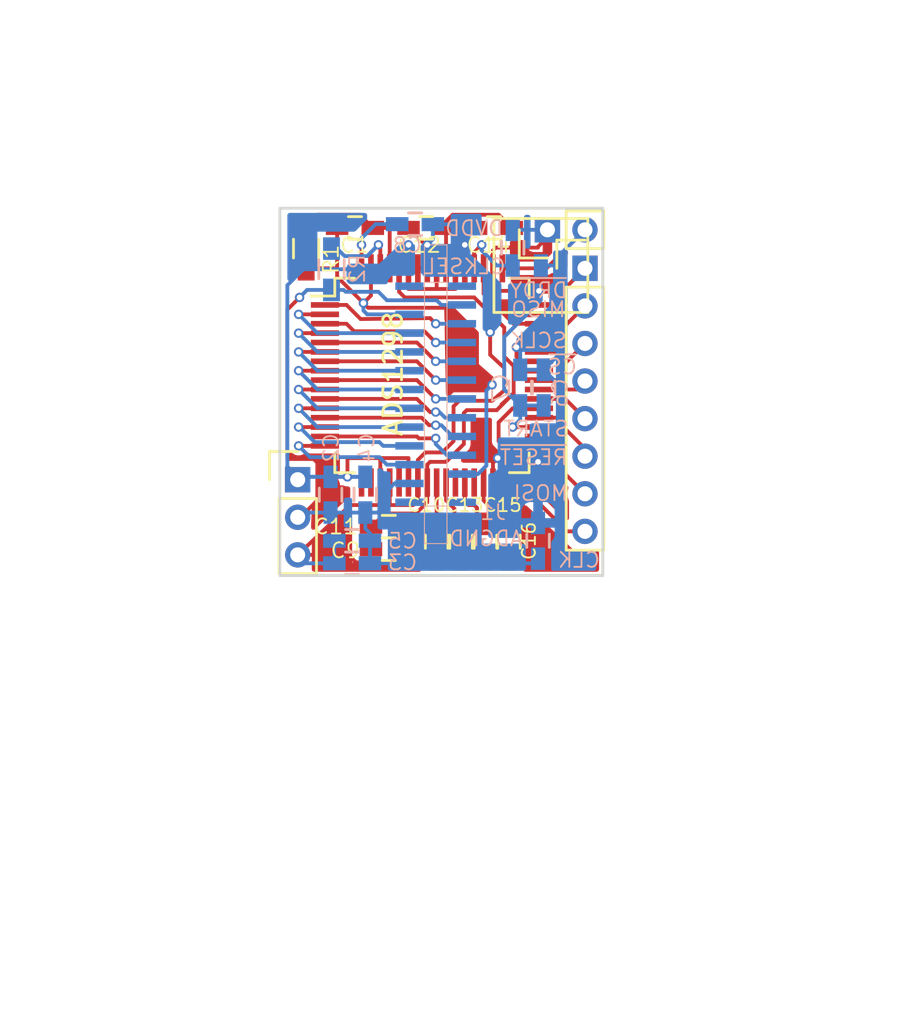
<source format=kicad_pcb>
(kicad_pcb (version 20240108) (generator "pcbnew") (generator_version "8.0")
  (layers (0 "F.Cu" signal) (31 "B.Cu" signal) (34 "B.Paste" user) (35 "F.Paste" user) (36 "B.SilkS" user "B.Silkscreen") (37 "F.SilkS" user "F.Silkscreen") (38 "B.Mask" user) (39 "F.Mask" user) (44 "Edge.Cuts" user))
  (net 0 "")
  (net 1 "/IN8N")
  (net 2 "/IN8P")
  (net 3 "/IN7N")
  (net 4 "/IN7P")
  (net 5 "/IN6N")
  (net 6 "/IN6P")
  (net 7 "/IN5N")
  (net 8 "/IN5P")
  (net 9 "/IN4N")
  (net 10 "/IN4P")
  (net 11 "/IN3N")
  (net 12 "/IN3P")
  (net 13 "/IN2N")
  (net 14 "/IN2P")
  (net 15 "/IN1N")
  (net 16 "/IN1P")
  (net 17 "/ADS1298/TESTP_PACE_OUT1")
  (net 18 "/ADS1298/TESTN_PACE_OUT2")
  (net 19 "/AVDD")
  (net 20 "/AVSS")
  (net 21 "/ADS1298/RLDREF")
  (net 22 "Net-(ADS1-Pad25)")
  (net 23 "Net-(ADS1-Pad26)")
  (net 24 "Net-(ADS1-Pad27)")
  (net 25 "Net-(ADS1-Pad28)")
  (net 26 "Net-(ADS1-Pad29)")
  (net 27 "Net-(ADS1-Pad30)")
  (net 28 "/DGND")
  (net 29 "/MOSI")
  (net 30 "/DVDD")
  (net 31 "/~{RESET}")
  (net 32 "/CLK")
  (net 33 "/START")
  (net 34 "/~{CS}")
  (net 35 "/SPI_CLK")
  (net 36 "/MISO")
  (net 37 "/~{DRDY}")
  (net 38 "/CLKSEL")
  (net 39 "Net-(ADS1-Pad55)")
  (net 40 "/ADS1298/RLDINV")
  (net 41 "/ADS1298/RLDIN")
  (net 42 "/RDLout")
  (net 43 "Net-(ADS1-Pad64)")
  (net 44 "/AGND")
  (net 45 "Net-(J1-Pad42)")
  (net 46 "Net-(J1-Pad43)")
  (net 47 "Net-(J1-Pad41)")
  (net 48 "Net-(J1-Pad40)")
  (footprint "Housings_QFP:TQFP-64_10x10mm_Pitch0.5mm" (layer "F.Cu") (at 130.6 99.65)
    (property "Reference" "ADS1298")
    (property "Value" "ADS1298")
  )
  (footprint "Pin_Headers:Pin_Header_Straight_1x03_Pitch2.00mm" (layer "F.Cu") (at 123.45 105.2)
    (property "Reference" "APwd1")
    (property "Value" "Conn_01x03")
  )
  (footprint "Capacitors_SMD:C_0603_HandSoldering" (layer "F.Cu") (at 126.5 91.8 180)
    (property "Reference" "C1")
    (property "Value" "1nf")
  )
  (footprint "Capacitors_SMD:C_0603_HandSoldering" (layer "F.Cu") (at 128.3 108.9)
    (property "Reference" "C9")
    (property "Value" "0.1uF")
  )
  (footprint "Capacitors_SMD:C_0603_HandSoldering" (layer "F.Cu") (at 130.85 108.5 -90)
    (property "Reference" "C10")
    (property "Value" "1uF")
  )
  (footprint "Capacitors_SMD:C_0603_HandSoldering" (layer "F.Cu") (at 128.3 107.7)
    (property "Reference" "C11")
    (property "Value" "10uF")
  )
  (footprint "Capacitors_SMD:C_0603_HandSoldering" (layer "F.Cu") (at 130.3 91.8)
    (property "Reference" "C12")
    (property "Value" "1uF")
  )
  (footprint "Capacitors_SMD:C_0603_HandSoldering" (layer "F.Cu") (at 132.15 108.5 -90)
    (property "Reference" "C13")
    (property "Value" "1uF")
  )
  (footprint "Capacitors_SMD:C_0603_HandSoldering" (layer "F.Cu") (at 133.9 91.8)
    (property "Reference" "C14")
    (property "Value" "0.1uF")
  )
  (footprint "Capacitors_SMD:C_0603_HandSoldering" (layer "F.Cu") (at 133.45 108.5 -90)
    (property "Reference" "C15")
    (property "Value" "22uF")
  )
  (footprint "Capacitors_SMD:C_0603_HandSoldering" (layer "F.Cu") (at 134.7 108.5 -90)
    (property "Reference" "C16")
    (property "Value" "1uF")
  )
  (footprint "Pin_Headers:Pin_Header_Straight_1x02_Pitch2.00mm" (layer "F.Cu") (at 136.75 91.9 90)
    (property "Reference" "DPwd1")
    (property "Value" "Conn_01x02")
  )
  (footprint "Resistors_SMD:R_0603_HandSoldering" (layer "F.Cu") (at 123.9 92.9 -90)
    (property "Reference" "R1")
    (property "Value" "1M")
  )
  (footprint "Pin_Headers:Pin_Header_Straight_1x08_Pitch2.00mm" (layer "F.Cu") (at 138.75 93.95)
    (property "Reference" "SPI1")
    (property "Value" "Conn_01x08")
  )
  (footprint "SMD_Packages:1Pin" (layer "F.Cu") (at 136.4 93.8)
    (property "Reference" "jDGND1")
    (property "Value" "Conn_01x01")
  )
  (footprint "Capacitors_SMD:C_0603_HandSoldering" (layer "B.Cu") (at 125.2 106 -90)
    (property "Reference" "C2")
    (property "Value" "1uF")
  )
  (footprint "Capacitors_SMD:C_0603_HandSoldering" (layer "B.Cu") (at 126.35 109.65 180)
    (property "Reference" "C3")
    (property "Value" "1uF")
  )
  (footprint "Capacitors_SMD:C_0603_HandSoldering" (layer "B.Cu") (at 127.05 106 -90)
    (property "Reference" "C4")
    (property "Value" "0.1uF")
  )
  (footprint "Capacitors_SMD:C_0603_HandSoldering" (layer "B.Cu") (at 126.35 108.45 180)
    (property "Reference" "C5")
    (property "Value" "0.1uF")
  )
  (footprint "Capacitors_SMD:C_0603_HandSoldering" (layer "B.Cu") (at 136.55 100.3 90)
    (property "Reference" "C6")
    (property "Value" "1uF")
  )
  (footprint "Capacitors_SMD:C_0603_HandSoldering" (layer "B.Cu") (at 135.3 100.3 90)
    (property "Reference" "C7")
    (property "Value" "0.1uF")
  )
  (footprint "Capacitors_SMD:C_0603_HandSoldering" (layer "B.Cu") (at 129.7 91.6 180)
    (property "Reference" "C8")
    (property "Value" "100pf")
  )
  (footprint "NNClib:FFCfemale20" (layer "B.Cu") (at 132.95 95.9 -90)
    (property "Reference" "J1")
    (property "Value" "FFCfemale20")
  )
  (footprint "Capacitors_SMD:C_0603_HandSoldering" (layer "B.Cu") (at 134.9 92.85 -90)
    (property "Reference" "CLKSEL")
    (property "Value" "Jumper_NO_Small")
  )
  (footprint "Capacitors_SMD:C_0603_HandSoldering" (layer "B.Cu") (at 136.25 108.45 90)
    (property "Reference" "ADGND")
    (property "Value" "Jumper_NO_Small")
  )
  (footprint "Resistors_SMD:R_0603_HandSoldering" (layer "B.Cu") (at 125.25 94 90)
    (property "Reference" "R2")
    (property "Value" "1M")
  )
  (gr_line (start 122.5 90.75) (end 123.05 90.75) (stroke (width 0.15)) (layer "Edge.Cuts"))
  (gr_line (start 123.05 90.75) (end 139.6 90.75) (stroke (width 0.15)) (layer "Edge.Cuts"))
  (gr_line (start 139.7 110.1) (end 139.7 110.2) (stroke (width 0.15)) (layer "Edge.Cuts"))
  (gr_line (start 139.7 90.75) (end 139.7 110.1) (stroke (width 0.15)) (layer "Edge.Cuts"))
  (gr_line (start 139.7 110.3) (end 122.55 110.3) (stroke (width 0.15)) (layer "Edge.Cuts"))
  (gr_line (start 122.5 110.3) (end 122.5 90.75) (stroke (width 0.15)) (layer "Edge.Cuts"))
  (gr_line (start 139.7 110.2) (end 139.7 110.25) (stroke (width 0.15)) (layer "Edge.Cuts"))
  (gr_line (start 139.6 90.75) (end 139.7 90.75) (stroke (width 0.15)) (layer "Edge.Cuts"))
  (gr_line (start 139.7 110.25) (end 139.7 110.3) (stroke (width 0.15)) (layer "Edge.Cuts"))
  (gr_line (start 122.55 110.3) (end 122.5 110.3) (stroke (width 0.15)) (layer "Edge.Cuts"))
  (gr_text "~{RESET}" (at 136.017 104.013 0) (layer "B.SilkS") (effects (font (size 0.8 0.8) (thickness 0.1)) (justify mirror)))
  (gr_text "~{CS}" (at 137.541 99.187 0) (layer "B.SilkS") (effects (font (size 0.8 0.8) (thickness 0.1)) (justify mirror)))
  (gr_text "MOSI" (at 136.398 105.918 0) (layer "B.SilkS") (effects (font (size 0.8 0.8) (thickness 0.1)) (justify mirror)))
  (gr_text "~{DRDY}" (at 136.271 95.123 0) (layer "B.SilkS") (effects (font (size 0.8 0.8) (thickness 0.1)) (justify mirror)))
  (gr_text "CLK" (at 138.43 109.474 0) (layer "B.SilkS") (effects (font (size 0.8 0.8) (thickness 0.1)) (justify mirror)))
  (gr_text "MISO" (at 136.271 96.139 0) (layer "B.SilkS") (effects (font (size 0.8 0.8) (thickness 0.1)) (justify mirror)))
  (gr_text "DVDD" (at 132.842 91.821 0) (layer "B.SilkS") (effects (font (size 0.8 0.8) (thickness 0.1)) (justify mirror)))
  (gr_text "SCLK" (at 136.271 97.79 0) (layer "B.SilkS") (effects (font (size 0.8 0.8) (thickness 0.1)) (justify mirror)))
  (gr_text "START" (at 136.144 102.489 0) (layer "B.SilkS") (effects (font (size 0.8 0.8) (thickness 0.1)) (justify mirror)))
  (segment (start 126.05 95.9) (end 126.8 96.65) (width 0.2032) (layer "F.Cu") (net 1))
  (segment (start 126.8 96.65) (end 130.5 96.6) (width 0.2032) (layer "F.Cu") (net 1))
  (segment (start 130.5 96.6) (end 130.8 96.9) (width 0.2032) (layer "F.Cu") (net 1))
  (segment (start 124.9 95.9) (end 126.05 95.9) (width 0.2032) (layer "F.Cu") (net 1))
  (via (at 130.8 96.9) (size 0.5) (drill 0.3) (layers "F.Cu" "B.Cu") (net 1))
  (segment (start 130.8 96.9) (end 132.2 96.9) (width 0.2032) (layer "B.Cu") (net 1))
  (segment (start 124.9 96.4) (end 123.5 96.4) (width 0.2032) (layer "F.Cu") (net 2))
  (via (at 123.5 96.4) (size 0.5) (drill 0.3) (layers "F.Cu" "B.Cu") (net 2))
  (segment (start 123.5 96.4) (end 124.5 97.4) (width 0.2032) (layer "B.Cu") (net 2))
  (segment (start 124.5 97.4) (end 129.4 97.4) (width 0.2032) (layer "B.Cu") (net 2))
  (segment (start 126.05 96.9) (end 126.45 97.3) (width 0.2032) (layer "F.Cu") (net 3))
  (segment (start 126.45 97.3) (end 130.2 97.3) (width 0.2032) (layer "F.Cu") (net 3))
  (segment (start 130.2 97.3) (end 130.8 97.9) (width 0.2032) (layer "F.Cu") (net 3))
  (segment (start 124.9 96.9) (end 126.05 96.9) (width 0.2032) (layer "F.Cu") (net 3))
  (via (at 130.8 97.9) (size 0.5) (drill 0.3) (layers "F.Cu" "B.Cu") (net 3))
  (segment (start 130.8 97.9) (end 132.2 97.9) (width 0.2032) (layer "B.Cu") (net 3))
  (segment (start 124.9 97.4) (end 123.5 97.4) (width 0.2032) (layer "F.Cu") (net 4))
  (via (at 123.5 97.4) (size 0.5) (drill 0.3) (layers "F.Cu" "B.Cu") (net 4))
  (segment (start 123.5 97.4) (end 124.5 98.4) (width 0.2032) (layer "B.Cu") (net 4))
  (segment (start 124.5 98.4) (end 129.4 98.4) (width 0.2032) (layer "B.Cu") (net 4))
  (segment (start 129.8 97.9) (end 130.8 98.9) (width 0.2032) (layer "F.Cu") (net 5))
  (segment (start 124.9 97.9) (end 129.8 97.9) (width 0.2032) (layer "F.Cu") (net 5))
  (via (at 130.8 98.9) (size 0.5) (drill 0.3) (layers "F.Cu" "B.Cu") (net 5))
  (segment (start 130.8 98.9) (end 132.2 98.9) (width 0.2032) (layer "B.Cu") (net 5))
  (segment (start 124.9 98.4) (end 123.5 98.4) (width 0.2032) (layer "F.Cu") (net 6))
  (via (at 123.5 98.4) (size 0.5) (drill 0.3) (layers "F.Cu" "B.Cu") (net 6))
  (segment (start 123.5 98.4) (end 124.5 99.4) (width 0.2032) (layer "B.Cu") (net 6))
  (segment (start 124.5 99.4) (end 129.4 99.4) (width 0.2032) (layer "B.Cu") (net 6))
  (segment (start 129.8 98.9) (end 130.8 99.9) (width 0.2032) (layer "F.Cu") (net 7))
  (segment (start 124.9 98.9) (end 129.8 98.9) (width 0.2032) (layer "F.Cu") (net 7))
  (via (at 130.8 99.9) (size 0.5) (drill 0.3) (layers "F.Cu" "B.Cu") (net 7))
  (segment (start 130.8 99.9) (end 132.2 99.9) (width 0.2032) (layer "B.Cu") (net 7))
  (segment (start 124.9 99.4) (end 123.5 99.4) (width 0.2032) (layer "F.Cu") (net 8))
  (via (at 123.5 99.4) (size 0.5) (drill 0.3) (layers "F.Cu" "B.Cu") (net 8))
  (segment (start 123.5 99.4) (end 124.5 100.4) (width 0.2032) (layer "B.Cu") (net 8))
  (segment (start 124.5 100.4) (end 129.4 100.4) (width 0.2032) (layer "B.Cu") (net 8))
  (segment (start 129.8 99.9) (end 130.8 100.9) (width 0.2032) (layer "F.Cu") (net 9))
  (segment (start 129.8 99.9) (end 124.9 99.9) (width 0.2032) (layer "F.Cu") (net 9))
  (via (at 130.8 100.9) (size 0.5) (drill 0.3) (layers "F.Cu" "B.Cu") (net 9))
  (segment (start 132.2 100.9) (end 130.8 100.9) (width 0.2032) (layer "B.Cu") (net 9))
  (segment (start 124.9 100.4) (end 123.5 100.4) (width 0.2032) (layer "F.Cu") (net 10))
  (via (at 123.5 100.4) (size 0.5) (drill 0.3) (layers "F.Cu" "B.Cu") (net 10))
  (segment (start 123.5 100.4) (end 124.5 101.4) (width 0.2032) (layer "B.Cu") (net 10))
  (segment (start 124.5 101.4) (end 129.4 101.4) (width 0.2032) (layer "B.Cu") (net 10))
  (segment (start 130.5 101.6) (end 130.8 101.6) (width 0.2032) (layer "F.Cu") (net 11))
  (segment (start 129.8 100.9) (end 130.5 101.6) (width 0.2032) (layer "F.Cu") (net 11))
  (segment (start 124.9 100.9) (end 129.8 100.9) (width 0.2032) (layer "F.Cu") (net 11))
  (via (at 130.8 101.6) (size 0.5) (drill 0.3) (layers "F.Cu" "B.Cu") (net 11))
  (segment (start 131.3 101.9) (end 131 101.6) (width 0.2032) (layer "B.Cu") (net 11))
  (segment (start 131 101.6) (end 130.8 101.6) (width 0.2032) (layer "B.Cu") (net 11))
  (segment (start 131.3 101.9) (end 132.2 101.9) (width 0.2032) (layer "B.Cu") (net 11))
  (segment (start 124.9 101.4) (end 123.5 101.4) (width 0.2032) (layer "F.Cu") (net 12))
  (via (at 123.5 101.4) (size 0.5) (drill 0.3) (layers "F.Cu" "B.Cu") (net 12))
  (segment (start 123.5 101.4) (end 124.5 102.4) (width 0.2032) (layer "B.Cu") (net 12))
  (segment (start 124.5 102.4) (end 129.4 102.4) (width 0.2032) (layer "B.Cu") (net 12))
  (segment (start 130.05 101.9) (end 130.45 102.3) (width 0.2032) (layer "F.Cu") (net 13))
  (segment (start 130.45 102.3) (end 130.8 102.3) (width 0.2032) (layer "F.Cu") (net 13))
  (segment (start 129.8 101.9) (end 124.9 101.9) (width 0.2032) (layer "F.Cu") (net 13))
  (segment (start 129.8 101.9) (end 130.05 101.9) (width 0.2032) (layer "F.Cu") (net 13))
  (via (at 130.8 102.3) (size 0.5) (drill 0.3) (layers "F.Cu" "B.Cu") (net 13))
  (segment (start 130.8 102.3) (end 130.8 102.3) (width 0.2032) (layer "B.Cu") (net 13))
  (segment (start 131.55 102.9) (end 132.2 102.9) (width 0.2032) (layer "B.Cu") (net 13))
  (segment (start 131.7 102.9) (end 131.1 102.3) (width 0.2032) (layer "B.Cu") (net 13))
  (segment (start 131.1 102.3) (end 130.8 102.3) (width 0.2032) (layer "B.Cu") (net 13))
  (segment (start 132.2 102.9) (end 131.7 102.9) (width 0.2032) (layer "B.Cu") (net 13))
  (segment (start 124.9 102.4) (end 123.5 102.4) (width 0.2032) (layer "F.Cu") (net 14))
  (via (at 123.5 102.4) (size 0.5) (drill 0.3) (layers "F.Cu" "B.Cu") (net 14))
  (segment (start 123.55 102.4) (end 124.35 103.2) (width 0.2032) (layer "B.Cu") (net 14))
  (segment (start 124.35 103.2) (end 127.8 103.2) (width 0.2032) (layer "B.Cu") (net 14))
  (segment (start 127.8 103.2) (end 128 103.4) (width 0.2032) (layer "B.Cu") (net 14))
  (segment (start 128 103.4) (end 129.4 103.4) (width 0.2032) (layer "B.Cu") (net 14))
  (segment (start 123.5 102.4) (end 123.55 102.4) (width 0.2032) (layer "B.Cu") (net 14))
  (segment (start 129.9 103) (end 130.8 103) (width 0.2032) (layer "F.Cu") (net 15))
  (segment (start 124.9 102.9) (end 129.8 102.9) (width 0.2032) (layer "F.Cu") (net 15))
  (segment (start 129.8 102.9) (end 129.9 103) (width 0.2032) (layer "F.Cu") (net 15))
  (via (at 130.8 103) (size 0.5) (drill 0.3) (layers "F.Cu" "B.Cu") (net 15))
  (segment (start 131.4 103.9) (end 130.8 103.3) (width 0.2032) (layer "B.Cu") (net 15))
  (segment (start 130.8 103.3) (end 130.8 103) (width 0.2032) (layer "B.Cu") (net 15))
  (segment (start 131.4 103.9) (end 132.2 103.9) (width 0.2032) (layer "B.Cu") (net 15))
  (segment (start 124.9 103.4) (end 123.5 103.4) (width 0.2032) (layer "F.Cu") (net 16))
  (via (at 123.5 103.4) (size 0.5) (drill 0.3) (layers "F.Cu" "B.Cu") (net 16))
  (segment (start 123.5 103.4) (end 124.1 104) (width 0.2032) (layer "B.Cu") (net 16))
  (segment (start 124.1 104) (end 127.8 104) (width 0.2032) (layer "B.Cu") (net 16))
  (segment (start 127.8 104) (end 128.2 104.4) (width 0.2032) (layer "B.Cu") (net 16))
  (segment (start 128.2 104.4) (end 129.4 104.4) (width 0.2032) (layer "B.Cu") (net 16))
  (segment (start 129.35 95.05) (end 130.85 95.05) (width 0.2032) (layer "F.Cu") (net 19))
  (segment (start 131.85 95.05) (end 131.85 93.95) (width 0.2032) (layer "F.Cu") (net 19))
  (segment (start 130.85 95.05) (end 131.85 95.05) (width 0.2032) (layer "F.Cu") (net 19))
  (segment (start 127.85 104.05) (end 129.35 104.05) (width 0.2032) (layer "F.Cu") (net 19))
  (segment (start 129.35 104.05) (end 129.35 105.35) (width 0.2032) (layer "F.Cu") (net 19))
  (segment (start 126.1 104.05) (end 127.85 104.05) (width 0.2032) (layer "F.Cu") (net 19))
  (segment (start 129.35 93.95) (end 129.35 95.05) (width 0.2032) (layer "F.Cu") (net 19))
  (segment (start 126.1 105.05) (end 126.1 104.05) (width 0.2032) (layer "F.Cu") (net 19))
  (segment (start 127.85 105.35) (end 127.85 104.05) (width 0.2032) (layer "F.Cu") (net 19))
  (segment (start 130.85 93.95) (end 130.85 95.05) (width 0.2032) (layer "F.Cu") (net 19))
  (segment (start 128.85 105.35) (end 129.35 105.35) (width 0.2032) (layer "F.Cu") (net 19))
  (segment (start 129.35 92.7) (end 129.35 93.95) (width 0.2032) (layer "F.Cu") (net 19))
  (via (at 126.1 105.05) (size 0.5) (drill 0.3) (layers "F.Cu" "B.Cu") (net 19))
  (via (at 129.35 92.7) (size 0.5) (drill 0.3) (layers "F.Cu" "B.Cu") (net 19))
  (segment (start 123.75 105.05) (end 126.1 105.05) (width 0.2032) (layer "B.Cu") (net 19))
  (segment (start 127.85 94) (end 123.75 94) (width 0.2032) (layer "B.Cu") (net 19))
  (segment (start 123.75 94) (end 122.9 94.85) (width 0.2032) (layer "B.Cu") (net 19))
  (segment (start 122.9 105.1) (end 122.9 104.5) (width 0.2032) (layer "B.Cu") (net 19))
  (segment (start 122.9 105.1) (end 123.3 105.5) (width 0.2032) (layer "B.Cu") (net 19))
  (segment (start 128.05 94) (end 129.35 92.7) (width 0.2032) (layer "B.Cu") (net 19))
  (segment (start 123.6 105.05) (end 123.45 105.2) (width 0.2032) (layer "B.Cu") (net 19))
  (segment (start 123.45 105.05) (end 122.9 104.5) (width 0.2032) (layer "B.Cu") (net 19))
  (segment (start 122.9 104.5) (end 122.9 94.85) (width 0.2032) (layer "B.Cu") (net 19))
  (segment (start 127.05 105.05) (end 126.1 105.05) (width 0.2032) (layer "B.Cu") (net 19))
  (segment (start 125.2 105.05) (end 127.05 105.05) (width 0.2032) (layer "B.Cu") (net 19))
  (segment (start 125.2 105.05) (end 123.6 105.05) (width 0.2032) (layer "B.Cu") (net 19))
  (segment (start 123.75 94) (end 123.75 93.1) (width 0.2032) (layer "B.Cu") (net 19))
  (segment (start 123.45 105.2) (end 123.45 105.05) (width 0.2032) (layer "B.Cu") (net 19))
  (segment (start 127.85 94) (end 128.05 94) (width 0.2032) (layer "B.Cu") (net 19))
  (segment (start 123.3 105.5) (end 123.75 105.05) (width 0.2032) (layer "B.Cu") (net 19))
  (segment (start 135.45 109.45) (end 135.45 106.45) (width 0.2032) (layer "F.Cu") (net 20))
  (segment (start 135.45 106.45) (end 134.35 105.35) (width 0.2032) (layer "F.Cu") (net 20))
  (segment (start 128.35 106.55) (end 129.6 106.55) (width 0.2032) (layer "F.Cu") (net 20))
  (segment (start 129.6 106.55) (end 129.85 106.3) (width 0.2032) (layer "F.Cu") (net 20))
  (segment (start 129.85 106.3) (end 129.85 105.35) (width 0.2032) (layer "F.Cu") (net 20))
  (segment (start 126.25 106.55) (end 123.45 109.2) (width 0.2032) (layer "F.Cu") (net 20))
  (segment (start 130.25 103.75) (end 129.85 104.15) (width 0.2032) (layer "F.Cu") (net 20))
  (segment (start 129.85 105.35) (end 129.85 104.15) (width 0.2032) (layer "F.Cu") (net 20))
  (segment (start 133.8 101) (end 134.45 100.45) (width 0.2032) (layer "F.Cu") (net 20))
  (segment (start 134.45 100.45) (end 134.45 99.25) (width 0.2032) (layer "F.Cu") (net 20))
  (segment (start 134.45 99.25) (end 133.7 98.55) (width 0.2032) (layer "F.Cu") (net 20))
  (segment (start 133.7 98.55) (end 133.7 97.35) (width 0.2032) (layer "F.Cu") (net 20))
  (segment (start 130.25 92.7) (end 129.35 91.8) (width 0.2032) (layer "F.Cu") (net 20))
  (segment (start 132.35 92.4) (end 132.95 91.8) (width 0.2032) (layer "F.Cu") (net 20))
  (segment (start 126.15 109.2) (end 126.55 109.6) (width 0.2032) (layer "F.Cu") (net 20))
  (segment (start 126.55 109.6) (end 130.7 109.6) (width 0.2032) (layer "F.Cu") (net 20))
  (segment (start 130.7 109.6) (end 130.85 109.45) (width 0.2032) (layer "F.Cu") (net 20))
  (segment (start 131.15 103.75) (end 131.75 103.15) (width 0.2032) (layer "F.Cu") (net 20))
  (segment (start 131.75 103.15) (end 131.75 101.3) (width 0.2032) (layer "F.Cu") (net 20))
  (segment (start 131.75 101.3) (end 132.05 101) (width 0.2032) (layer "F.Cu") (net 20))
  (segment (start 132.05 101) (end 133.8 101) (width 0.2032) (layer "F.Cu") (net 20))
  (segment (start 134.7 109.45) (end 135.45 109.45) (width 0.2032) (layer "F.Cu") (net 20))
  (segment (start 128.35 106.55) (end 126.25 106.55) (width 0.2032) (layer "F.Cu") (net 20))
  (segment (start 123.45 109.2) (end 126.15 109.2) (width 0.2032) (layer "F.Cu") (net 20))
  (segment (start 130.85 109.45) (end 132.15 109.45) (width 0.2032) (layer "F.Cu") (net 20))
  (segment (start 130.35 92.7) (end 130.25 92.7) (width 0.2032) (layer "F.Cu") (net 20))
  (segment (start 133.45 109.45) (end 134.7 109.45) (width 0.2032) (layer "F.Cu") (net 20))
  (segment (start 130.35 93.95) (end 129.85 93.95) (width 0.2032) (layer "F.Cu") (net 20))
  (segment (start 135.45 109.45) (end 135.95 109.45) (width 0.2032) (layer "F.Cu") (net 20))
  (segment (start 132.15 109.45) (end 133.45 109.45) (width 0.2032) (layer "F.Cu") (net 20))
  (segment (start 128.35 105.35) (end 128.35 106.55) (width 0.2032) (layer "F.Cu") (net 20))
  (segment (start 132.35 93.95) (end 132.35 92.4) (width 0.2032) (layer "F.Cu") (net 20))
  (segment (start 130.25 103.75) (end 131.15 103.75) (width 0.2032) (layer "F.Cu") (net 20))
  (segment (start 132.35 93.95) (end 132.35 92.7) (width 0.2032) (layer "F.Cu") (net 20))
  (segment (start 130.35 93.95) (end 130.35 92.7) (width 0.2032) (layer "F.Cu") (net 20))
  (via (at 133.7 97.35) (size 0.5) (drill 0.3) (layers "F.Cu" "B.Cu") (net 20))
  (via (at 130.35 92.7) (size 0.5) (drill 0.3) (layers "F.Cu" "B.Cu") (net 20))
  (via (at 132.35 92.7) (size 0.5) (drill 0.3) (layers "F.Cu" "B.Cu") (net 20))
  (segment (start 132.35 93.15) (end 133.7 94.45) (width 0.2032) (layer "B.Cu") (net 20))
  (segment (start 133.7 97.35) (end 133.7 94.45) (width 0.2032) (layer "B.Cu") (net 20))
  (segment (start 130.35 92.7) (end 130.65 92.4) (width 0.2032) (layer "B.Cu") (net 20))
  (segment (start 130.65 92.4) (end 130.65 91.6) (width 0.2032) (layer "B.Cu") (net 20))
  (segment (start 132.35 93.15) (end 132.35 92.7) (width 0.2032) (layer "B.Cu") (net 20))
  (segment (start 132.35 92.45) (end 131.5 91.6) (width 0.2032) (layer "B.Cu") (net 20))
  (segment (start 131.5 91.6) (end 130.65 91.6) (width 0.2032) (layer "B.Cu") (net 20))
  (segment (start 123.9 109.65) (end 123.45 109.2) (width 0.2032) (layer "B.Cu") (net 20))
  (segment (start 125.4 108.45) (end 125.4 109.65) (width 0.2032) (layer "B.Cu") (net 20))
  (segment (start 132.35 92.7) (end 132.35 92.45) (width 0.2032) (layer "B.Cu") (net 20))
  (segment (start 125.4 109.65) (end 123.9 109.65) (width 0.2032) (layer "B.Cu") (net 20))
  (segment (start 128.1 107) (end 129.75 107) (width 0.2032) (layer "F.Cu") (net 21))
  (segment (start 129.75 107) (end 130.35 106.4) (width 0.2032) (layer "F.Cu") (net 21))
  (segment (start 130.35 106.4) (end 130.35 105.35) (width 0.2032) (layer "F.Cu") (net 21))
  (segment (start 130.35 104.4) (end 130.5 104.25) (width 0.2032) (layer "F.Cu") (net 21))
  (segment (start 128.85 95.2) (end 129.15 95.5) (width 0.2032) (layer "F.Cu") (net 21))
  (segment (start 129.15 95.5) (end 132.65 95.5) (width 0.2032) (layer "F.Cu") (net 21))
  (segment (start 134.3 101.2) (end 134.95 100.6) (width 0.2032) (layer "F.Cu") (net 21))
  (segment (start 134.95 100.6) (end 134.95 99.15) (width 0.2032) (layer "F.Cu") (net 21))
  (segment (start 134.95 99.15) (end 134.45 98.65) (width 0.2032) (layer "F.Cu") (net 21))
  (segment (start 134.45 98.65) (end 134.45 97.1) (width 0.2032) (layer "F.Cu") (net 21))
  (segment (start 134.45 97.1) (end 132.85 95.5) (width 0.2032) (layer "F.Cu") (net 21))
  (segment (start 132.85 95.5) (end 132.65 95.5) (width 0.2032) (layer "F.Cu") (net 21))
  (segment (start 131.35 104.25) (end 132.3 103.3) (width 0.2032) (layer "F.Cu") (net 21))
  (segment (start 132.3 103.3) (end 132.3 101.65) (width 0.2032) (layer "F.Cu") (net 21))
  (segment (start 132.3 101.65) (end 132.45 101.5) (width 0.2032) (layer "F.Cu") (net 21))
  (segment (start 132.45 101.5) (end 134.05 101.5) (width 0.2032) (layer "F.Cu") (net 21))
  (segment (start 134.05 101.5) (end 134.95 100.6) (width 0.2032) (layer "F.Cu") (net 21))
  (segment (start 127.35 107.7) (end 127.35 108.9) (width 0.2032) (layer "F.Cu") (net 21))
  (segment (start 128.85 93.95) (end 128.85 95.2) (width 0.2032) (layer "F.Cu") (net 21))
  (segment (start 130.5 104.25) (end 131.35 104.25) (width 0.2032) (layer "F.Cu") (net 21))
  (segment (start 130.35 105.35) (end 130.35 104.4) (width 0.2032) (layer "F.Cu") (net 21))
  (segment (start 127.35 107.75) (end 128.1 107) (width 0.2032) (layer "F.Cu") (net 21))
  (segment (start 130.15 107.75) (end 130.35 107.55) (width 0.2032) (layer "F.Cu") (net 22))
  (segment (start 130.35 107.55) (end 130.85 107.55) (width 0.2032) (layer "F.Cu") (net 22))
  (segment (start 129.25 107.75) (end 130.15 107.75) (width 0.2032) (layer "F.Cu") (net 22))
  (segment (start 130.85 107.55) (end 130.85 105.35) (width 0.2032) (layer "F.Cu") (net 22))
  (segment (start 129.25 107.7) (end 129.25 108.9) (width 0.2032) (layer "F.Cu") (net 22))
  (segment (start 131.8 107.2) (end 131.8 106.75) (width 0.2032) (layer "F.Cu") (net 23))
  (segment (start 131.8 106.75) (end 131.6 106.55) (width 0.2032) (layer "F.Cu") (net 23))
  (segment (start 131.6 106.55) (end 131.35 106.3) (width 0.2032) (layer "F.Cu") (net 23))
  (segment (start 131.35 106.3) (end 131.35 105.35) (width 0.2032) (layer "F.Cu") (net 23))
  (segment (start 132.15 107.55) (end 131.8 107.2) (width 0.2032) (layer "F.Cu") (net 23))
  (segment (start 133 107.1) (end 133 106.7) (width 0.2032) (layer "F.Cu") (net 25))
  (segment (start 133 106.7) (end 132.85 106.55) (width 0.2032) (layer "F.Cu") (net 25))
  (segment (start 132.85 106.55) (end 132.55 106.55) (width 0.2032) (layer "F.Cu") (net 25))
  (segment (start 132.55 106.55) (end 132.35 106.35) (width 0.2032) (layer "F.Cu") (net 25))
  (segment (start 132.35 106.35) (end 132.35 105.35) (width 0.2032) (layer "F.Cu") (net 25))
  (segment (start 133.45 107.55) (end 133 107.1) (width 0.2032) (layer "F.Cu") (net 25))
  (segment (start 134.7 106.55) (end 133.6 106.55) (width 0.2032) (layer "F.Cu") (net 27))
  (segment (start 133.6 106.55) (end 133.35 106.3) (width 0.2032) (layer "F.Cu") (net 27))
  (segment (start 133.35 106.3) (end 133.35 105.35) (width 0.2032) (layer "F.Cu") (net 27))
  (segment (start 134.7 107.55) (end 134.7 106.55) (width 0.2032) (layer "F.Cu") (net 27))
  (segment (start 135.35 98.9) (end 135.1 98.65) (width 0.2032) (layer "F.Cu") (net 28))
  (segment (start 135.1 98.65) (end 135.1 98.15) (width 0.2032) (layer "F.Cu") (net 28))
  (segment (start 135.1 98.15) (end 135.35 97.9) (width 0.2032) (layer "F.Cu") (net 28))
  (segment (start 135.35 97.9) (end 136.3 97.9) (width 0.2032) (layer "F.Cu") (net 28))
  (segment (start 136.3 104.2) (end 136.25 104.25) (width 0.2032) (layer "F.Cu") (net 28))
  (segment (start 133.35 95.3) (end 134.95 96.9) (width 0.2032) (layer "F.Cu") (net 28))
  (segment (start 134.95 96.9) (end 136.3 96.9) (width 0.2032) (layer "F.Cu") (net 28))
  (segment (start 136.7 93.95) (end 135.75 93.95) (width 0.2032) (layer "F.Cu") (net 28))
  (segment (start 133.85 104.3) (end 134.1 104.05) (width 0.2032) (layer "F.Cu") (net 28))
  (segment (start 134.1 104) (end 133.65 103.55) (width 0.2032) (layer "F.Cu") (net 28))
  (segment (start 134.1 104.05) (end 134.1 104) (width 0.2032) (layer "F.Cu") (net 28))
  (segment (start 136.3 98.9) (end 136.3 99.4) (width 0.2032) (layer "F.Cu") (net 28))
  (segment (start 134.95 96.9) (end 134.95 96.4) (width 0.2032) (layer "F.Cu") (net 28))
  (segment (start 135.75 93.95) (end 134.35 93.95) (width 0.2032) (layer "F.Cu") (net 28))
  (segment (start 133.85 104.5) (end 133.85 104.3) (width 0.2032) (layer "F.Cu") (net 28))
  (segment (start 138.75 91.9) (end 136.7 93.95) (width 0.2032) (layer "F.Cu") (net 28))
  (segment (start 133.35 93.95) (end 133.35 95.3) (width 0.2032) (layer "F.Cu") (net 28))
  (segment (start 136.3 97.4) (end 136.3 97.9) (width 0.2032) (layer "F.Cu") (net 28))
  (segment (start 133.85 105.35) (end 133.85 104.5) (width 0.2032) (layer "F.Cu") (net 28))
  (segment (start 134.35 93.95) (end 134.4 94) (width 0.2032) (layer "F.Cu") (net 28))
  (segment (start 136.3 98.9) (end 135.35 98.9) (width 0.2032) (layer "F.Cu") (net 28))
  (segment (start 136.3 96.9) (end 136.3 97.4) (width 0.2032) (layer "F.Cu") (net 28))
  (segment (start 136.3 103.4) (end 136.3 104.2) (width 0.2032) (layer "F.Cu") (net 28))
  (via (at 135.1 98.15) (size 0.5) (drill 0.3) (layers "F.Cu" "B.Cu") (net 28))
  (via (at 134.1 104.05) (size 0.5) (drill 0.3) (layers "F.Cu" "B.Cu") (net 28))
  (via (at 136.25 104.25) (size 0.5) (drill 0.3) (layers "F.Cu" "B.Cu") (net 28))
  (segment (start 136.55 99.35) (end 137.55 100.35) (width 0.2032) (layer "B.Cu") (net 28))
  (segment (start 136.25 104.25) (end 136.25 107.5) (width 0.2032) (layer "B.Cu") (net 28))
  (segment (start 136.95 98.95) (end 136.55 99.35) (width 0.2032) (layer "B.Cu") (net 28))
  (segment (start 137.55 93.1) (end 137.55 98.35) (width 0.2032) (layer "B.Cu") (net 28))
  (segment (start 137.55 98.35) (end 136.95 98.95) (width 0.2032) (layer "B.Cu") (net 28))
  (segment (start 136.05 104.05) (end 136.25 104.25) (width 0.2032) (layer "B.Cu") (net 28))
  (segment (start 137.55 102.95) (end 136.25 104.25) (width 0.2032) (layer "B.Cu") (net 28))
  (segment (start 135.3 98.35) (end 135.1 98.15) (width 0.2032) (layer "B.Cu") (net 28))
  (segment (start 137.55 93.1) (end 137.55 93.4) (width 0.2032) (layer "B.Cu") (net 28))
  (segment (start 137.55 93.4) (end 137.15 93.8) (width 0.2032) (layer "B.Cu") (net 28))
  (segment (start 137.15 93.8) (end 136.4 93.8) (width 0.2032) (layer "B.Cu") (net 28))
  (segment (start 136.55 99.35) (end 135.3 99.35) (width 0.2032) (layer "B.Cu") (net 28))
  (segment (start 137.55 100.35) (end 137.55 102.95) (width 0.2032) (layer "B.Cu") (net 28))
  (segment (start 138.75 91.9) (end 137.55 93.1) (width 0.2032) (layer "B.Cu") (net 28))
  (segment (start 134.1 104.05) (end 136.05 104.05) (width 0.2032) (layer "B.Cu") (net 28))
  (segment (start 135.3 99.35) (end 135.3 98.85) (width 0.2032) (layer "B.Cu") (net 28))
  (segment (start 136.25 107.5) (end 136.25 104.25) (width 0.2032) (layer "B.Cu") (net 28))
  (segment (start 135.3 99.35) (end 135.3 98.35) (width 0.2032) (layer "B.Cu") (net 28))
  (segment (start 137.25 102.9) (end 137.55 103.2) (width 0.2032) (layer "F.Cu") (net 29))
  (segment (start 137.55 103.2) (end 137.55 103.55) (width 0.2032) (layer "F.Cu") (net 29))
  (segment (start 137.55 103.55) (end 137.55 104.45) (width 0.2032) (layer "F.Cu") (net 29))
  (segment (start 137.55 104.45) (end 137.55 104.65) (width 0.2032) (layer "F.Cu") (net 29))
  (segment (start 137.55 104.65) (end 137.55 104.75) (width 0.2032) (layer "F.Cu") (net 29))
  (segment (start 137.55 104.75) (end 138.75 105.95) (width 0.2032) (layer "F.Cu") (net 29))
  (segment (start 136.3 102.9) (end 137.25 102.9) (width 0.2032) (layer "F.Cu") (net 29))
  (segment (start 136.3 95.15) (end 136.3 95.9) (width 0.2032) (layer "F.Cu") (net 30))
  (segment (start 133.85 93) (end 134 92.85) (width 0.2032) (layer "F.Cu") (net 30))
  (segment (start 134 92.85) (end 136.2 92.85) (width 0.2032) (layer "F.Cu") (net 30))
  (segment (start 136.75 92.3) (end 136.2 92.85) (width 0.2032) (layer "F.Cu") (net 30))
  (segment (start 136.2 92.85) (end 136.25 92.85) (width 0.2032) (layer "F.Cu") (net 30))
  (segment (start 133.85 94.9) (end 134.1 95.15) (width 0.2032) (layer "F.Cu") (net 30))
  (segment (start 134.1 95.15) (end 136.3 95.15) (width 0.2032) (layer "F.Cu") (net 30))
  (segment (start 133.85 93.95) (end 133.85 93) (width 0.2032) (layer "F.Cu") (net 30))
  (segment (start 136.75 91.9) (end 136.75 92.3) (width 0.2032) (layer "F.Cu") (net 30))
  (segment (start 133.85 93.95) (end 133.85 94.9) (width 0.2032) (layer "F.Cu") (net 30))
  (segment (start 136.3 102.4) (end 134.9 102.4) (width 0.2032) (layer "F.Cu") (net 30))
  (via (at 136.3 95.15) (size 0.5) (drill 0.3) (layers "F.Cu" "B.Cu") (net 30))
  (via (at 134.9 102.4) (size 0.5) (drill 0.3) (layers "F.Cu" "B.Cu") (net 30))
  (segment (start 135.3 101.25) (end 134.45 100.4) (width 0.2032) (layer "B.Cu") (net 30))
  (segment (start 135.3 102) (end 135.3 101.25) (width 0.2032) (layer "B.Cu") (net 30))
  (segment (start 134.45 97.6) (end 136.3 95.75) (width 0.2032) (layer "B.Cu") (net 30))
  (segment (start 136.3 95.75) (end 136.3 95.15) (width 0.2032) (layer "B.Cu") (net 30))
  (segment (start 134.45 100.4) (end 134.45 98.5) (width 0.2032) (layer "B.Cu") (net 30))
  (segment (start 134.9 102.4) (end 135.3 102) (width 0.2032) (layer "B.Cu") (net 30))
  (segment (start 135.3 101.25) (end 136.55 101.25) (width 0.2032) (layer "B.Cu") (net 30))
  (segment (start 134.45 98.5) (end 134.45 97.6) (width 0.2032) (layer "B.Cu") (net 30))
  (segment (start 136.75 91.9) (end 134.9 91.9) (width 0.2032) (layer "B.Cu") (net 30))
  (segment (start 138.6 103.8) (end 138.75 103.95) (width 0.2032) (layer "F.Cu") (net 31))
  (segment (start 137.4 101.9) (end 137.55 102.05) (width 0.2032) (layer "F.Cu") (net 31))
  (segment (start 137.55 102.05) (end 137.55 102.35) (width 0.2032) (layer "F.Cu") (net 31))
  (segment (start 137.55 102.35) (end 138.75 103.55) (width 0.2032) (layer "F.Cu") (net 31))
  (segment (start 138.75 103.55) (end 138.75 103.95) (width 0.2032) (layer "F.Cu") (net 31))
  (segment (start 136.3 101.9) (end 137.4 101.9) (width 0.2032) (layer "F.Cu") (net 31))
  (segment (start 138.75 103.95) (end 138.75 103.4) (width 0.2032) (layer "F.Cu") (net 31))
  (segment (start 134.9 101.4) (end 134.15 102.15) (width 0.2032) (layer "F.Cu") (net 32))
  (segment (start 134.15 102.15) (end 134.15 103.15) (width 0.2032) (layer "F.Cu") (net 32))
  (segment (start 134.15 103.15) (end 135.6 104.6) (width 0.2032) (layer "F.Cu") (net 32))
  (segment (start 135.6 104.6) (end 135.6 105.75) (width 0.2032) (layer "F.Cu") (net 32))
  (segment (start 135.6 105.75) (end 137.8 107.95) (width 0.2032) (layer "F.Cu") (net 32))
  (segment (start 137.8 107.95) (end 138.75 107.95) (width 0.2032) (layer "F.Cu") (net 32))
  (segment (start 136.3 101.4) (end 134.9 101.4) (width 0.2032) (layer "F.Cu") (net 32))
  (segment (start 137.55 100.9) (end 137.7 100.9) (width 0.2032) (layer "F.Cu") (net 33))
  (segment (start 137.7 100.9) (end 138.75 101.95) (width 0.2032) (layer "F.Cu") (net 33))
  (segment (start 136.3 100.9) (end 137.55 100.9) (width 0.2032) (layer "F.Cu") (net 33))
  (segment (start 138.3 100.4) (end 136.3 100.4) (width 0.2032) (layer "F.Cu") (net 34))
  (segment (start 138.75 99.95) (end 138.3 100.4) (width 0.2032) (layer "F.Cu") (net 34))
  (segment (start 137.55 99.15) (end 137.55 99.65) (width 0.2032) (layer "F.Cu") (net 35))
  (segment (start 137.55 99.65) (end 137.3 99.9) (width 0.2032) (layer "F.Cu") (net 35))
  (segment (start 137.3 99.9) (end 136.3 99.9) (width 0.2032) (layer "F.Cu") (net 35))
  (segment (start 138.75 97.95) (end 137.55 99.15) (width 0.2032) (layer "F.Cu") (net 35))
  (segment (start 137.55 97.15) (end 137.55 98.15) (width 0.2032) (layer "F.Cu") (net 36))
  (segment (start 137.55 98.15) (end 137.3 98.4) (width 0.2032) (layer "F.Cu") (net 36))
  (segment (start 137.3 98.4) (end 136.3 98.4) (width 0.2032) (layer "F.Cu") (net 36))
  (segment (start 138.75 95.95) (end 137.55 97.15) (width 0.2032) (layer "F.Cu") (net 36))
  (segment (start 137.55 95.15) (end 137.55 96.2) (width 0.2032) (layer "F.Cu") (net 37))
  (segment (start 137.55 96.2) (end 137.35 96.4) (width 0.2032) (layer "F.Cu") (net 37))
  (segment (start 137.35 96.4) (end 136.3 96.4) (width 0.2032) (layer "F.Cu") (net 37))
  (segment (start 138.75 93.95) (end 137.55 95.15) (width 0.2032) (layer "F.Cu") (net 37))
  (segment (start 132.85 93.1) (end 133.25 92.7) (width 0.2032) (layer "F.Cu") (net 38))
  (segment (start 132.85 93.1) (end 132.85 93.95) (width 0.2032) (layer "F.Cu") (net 38))
  (via (at 133.25 92.7) (size 0.5) (drill 0.3) (layers "F.Cu" "B.Cu") (net 38))
  (segment (start 133.25 93) (end 133.25 92.7) (width 0.2032) (layer "B.Cu") (net 38))
  (segment (start 134.05 93.8) (end 133.25 93) (width 0.2032) (layer "B.Cu") (net 38))
  (segment (start 134.9 93.8) (end 134.05 93.8) (width 0.2032) (layer "B.Cu") (net 38))
  (segment (start 131.25 91.55) (end 131.7 91.1) (width 0.2032) (layer "F.Cu") (net 39))
  (segment (start 131.7 91.1) (end 134.15 91.1) (width 0.2032) (layer "F.Cu") (net 39))
  (segment (start 134.15 91.1) (end 134.85 91.8) (width 0.2032) (layer "F.Cu") (net 39))
  (segment (start 131.35 91.9) (end 131.25 91.8) (width 0.2032) (layer "F.Cu") (net 39))
  (segment (start 131.25 91.8) (end 131.25 91.55) (width 0.2032) (layer "F.Cu") (net 39))
  (segment (start 131.35 93.95) (end 131.35 91.9) (width 0.2032) (layer "F.Cu") (net 39))
  (segment (start 128.25 91.8) (end 128.35 91.9) (width 0.2032) (layer "F.Cu") (net 40))
  (segment (start 128.35 91.9) (end 128.35 93.95) (width 0.2032) (layer "F.Cu") (net 40))
  (segment (start 123.9 91.75) (end 124.55 91.1) (width 0.2032) (layer "F.Cu") (net 40))
  (segment (start 126.75 91.1) (end 127.45 91.8) (width 0.2032) (layer "F.Cu") (net 40))
  (segment (start 127.45 91.8) (end 128.25 91.8) (width 0.2032) (layer "F.Cu") (net 40))
  (segment (start 124.55 91.1) (end 126.75 91.1) (width 0.2032) (layer "F.Cu") (net 40))
  (segment (start 127.85 92.8) (end 127.75 92.7) (width 0.2032) (layer "F.Cu") (net 41))
  (segment (start 127.85 93.95) (end 127.85 92.8) (width 0.2032) (layer "F.Cu") (net 41))
  (via (at 127.75 92.7) (size 0.5) (drill 0.3) (layers "F.Cu" "B.Cu") (net 41))
  (segment (start 127.75 92.7) (end 127.25 93.2) (width 0.2032) (layer "B.Cu") (net 41))
  (segment (start 125.95 93.3) (end 127.15 93.3) (width 0.2032) (layer "B.Cu") (net 41))
  (segment (start 127.15 93.3) (end 127.75 92.7) (width 0.2032) (layer "B.Cu") (net 41))
  (segment (start 125.55 92.9) (end 125.95 93.3) (width 0.2032) (layer "B.Cu") (net 41))
  (segment (start 125.25 92.9) (end 125.55 92.9) (width 0.2032) (layer "B.Cu") (net 41))
  (segment (start 126.95 95.8) (end 127.35 95.4) (width 0.2032) (layer "F.Cu") (net 42))
  (segment (start 127.35 95.4) (end 127.35 93.95) (width 0.2032) (layer "F.Cu") (net 42))
  (segment (start 127.2 96.05) (end 131.65 96.05) (width 0.2032) (layer "F.Cu") (net 42))
  (segment (start 131.65 96.05) (end 132.8 97.2) (width 0.2032) (layer "F.Cu") (net 42))
  (segment (start 132.8 97.2) (end 132.8 99.15) (width 0.2032) (layer "F.Cu") (net 42))
  (segment (start 132.8 99.15) (end 133.8 100.15) (width 0.2032) (layer "F.Cu") (net 42))
  (segment (start 125.55 94.4) (end 126.95 95.8) (width 0.2032) (layer "F.Cu") (net 42))
  (segment (start 123.9 93.95) (end 125.55 93.95) (width 0.2032) (layer "F.Cu") (net 42))
  (segment (start 127.2 96.05) (end 126.95 95.8) (width 0.2032) (layer "F.Cu") (net 42))
  (segment (start 125.55 93.95) (end 125.55 94.4) (width 0.2032) (layer "F.Cu") (net 42))
  (segment (start 125.55 91.8) (end 125.55 93.95) (width 0.2032) (layer "F.Cu") (net 42))
  (via (at 126.95 95.8) (size 0.5) (drill 0.3) (layers "F.Cu" "B.Cu") (net 42))
  (via (at 133.8 100.15) (size 0.5) (drill 0.3) (layers "F.Cu" "B.Cu") (net 42))
  (segment (start 129.4 96.4) (end 127.15 96.4) (width 0.2032) (layer "B.Cu") (net 42))
  (segment (start 126.95 96.2) (end 126.95 95.8) (width 0.2032) (layer "B.Cu") (net 42))
  (segment (start 126.95 96.2) (end 127.15 96.4) (width 0.2032) (layer "B.Cu") (net 42))
  (segment (start 133.05 104.9) (end 133.5 104.45) (width 0.2032) (layer "B.Cu") (net 42))
  (segment (start 133.5 104.45) (end 133.5 100.45) (width 0.2032) (layer "B.Cu") (net 42))
  (segment (start 133.5 100.45) (end 133.8 100.15) (width 0.2032) (layer "B.Cu") (net 42))
  (segment (start 132.2 104.9) (end 133.05 104.9) (width 0.2032) (layer "B.Cu") (net 42))
  (segment (start 126.85 92.7) (end 126.85 93.95) (width 0.2032) (layer "F.Cu") (net 43))
  (via (at 126.85 92.7) (size 0.5) (drill 0.3) (layers "F.Cu" "B.Cu") (net 43))
  (segment (start 127.6 91.6) (end 126.85 92.35) (width 0.2032) (layer "B.Cu") (net 43))
  (segment (start 126.85 92.35) (end 126.85 92.7) (width 0.2032) (layer "B.Cu") (net 43))
  (segment (start 128.75 91.6) (end 127.6 91.6) (width 0.2032) (layer "B.Cu") (net 43))
  (segment (start 128.75 91.6) (end 128.45 91.6) (width 0.2032) (layer "B.Cu") (net 43))
  (segment (start 122.9 103.5) (end 122.9 96.15) (width 0.2032) (layer "F.Cu") (net 44))
  (segment (start 122.9 96.15) (end 123.55 95.5) (width 0.2032) (layer "F.Cu") (net 44))
  (segment (start 124 104.05) (end 123.2 104.05) (width 0.2032) (layer "F.Cu") (net 44))
  (segment (start 123.2 104.05) (end 122.9 103.75) (width 0.2032) (layer "F.Cu") (net 44))
  (segment (start 122.9 103.75) (end 122.9 103.5) (width 0.2032) (layer "F.Cu") (net 44))
  (segment (start 124.25 104.05) (end 124.5 104.3) (width 0.2032) (layer "F.Cu") (net 44))
  (segment (start 124.5 104.3) (end 124.5 106.3) (width 0.2032) (layer "F.Cu") (net 44))
  (segment (start 124.5 106.3) (end 124.4 106.4) (width 0.2032) (layer "F.Cu") (net 44))
  (segment (start 124.4 106.4) (end 123.3 107.5) (width 0.2032) (layer "F.Cu") (net 44))
  (segment (start 124 104.05) (end 124.25 104.05) (width 0.2032) (layer "F.Cu") (net 44))
  (via (at 123.55 95.5) (size 0.5) (drill 0.3) (layers "F.Cu" "B.Cu") (net 44))
  (segment (start 123.85 106.95) (end 125.2 106.95) (width 0.2032) (layer "B.Cu") (net 44))
  (segment (start 129.8 109.65) (end 136 109.65) (width 0.2032) (layer "B.Cu") (net 44))
  (segment (start 136 109.65) (end 136.25 109.4) (width 0.2032) (layer "B.Cu") (net 44))
  (segment (start 125.9 95.1) (end 126 95.2) (width 0.2032) (layer "B.Cu") (net 44))
  (segment (start 126 95.2) (end 127.75 95.2) (width 0.2032) (layer "B.Cu") (net 44))
  (segment (start 127.75 95.2) (end 128.2 95.65) (width 0.2032) (layer "B.Cu") (net 44))
  (segment (start 128.2 95.65) (end 130.85 95.65) (width 0.2032) (layer "B.Cu") (net 44))
  (segment (start 130.85 95.65) (end 131.1 95.9) (width 0.2032) (layer "B.Cu") (net 44))
  (segment (start 131.1 95.9) (end 132.2 95.9) (width 0.2032) (layer "B.Cu") (net 44))
  (segment (start 123.95 95.1) (end 123.55 95.5) (width 0.2032) (layer "B.Cu") (net 44))
  (segment (start 128.6 105.4) (end 127.95 106.05) (width 0.2032) (layer "B.Cu") (net 44))
  (segment (start 127.95 106.05) (end 127.95 106.7) (width 0.2032) (layer "B.Cu") (net 44))
  (segment (start 127.95 106.7) (end 127.7 106.95) (width 0.2032) (layer "B.Cu") (net 44))
  (segment (start 127.7 106.95) (end 127.05 106.95) (width 0.2032) (layer "B.Cu") (net 44))
  (segment (start 127.05 107.8) (end 127.3 108.05) (width 0.2032) (layer "B.Cu") (net 44))
  (segment (start 127.3 108.05) (end 127.3 108.45) (width 0.2032) (layer "B.Cu") (net 44))
  (segment (start 125.25 95.1) (end 123.95 95.1) (width 0.2032) (layer "B.Cu") (net 44))
  (segment (start 123.3 107.5) (end 123.85 106.95) (width 0.2032) (layer "B.Cu") (net 44))
  (segment (start 129.4 105.4) (end 128.6 105.4) (width 0.2032) (layer "B.Cu") (net 44))
  (segment (start 127.05 106.95) (end 127.05 107.8) (width 0.2032) (layer "B.Cu") (net 44))
  (segment (start 127.3 109.65) (end 129.8 109.65) (width 0.2032) (layer "B.Cu") (net 44))
  (segment (start 127.3 108.45) (end 127.3 109.65) (width 0.2032) (layer "B.Cu") (net 44))
  (segment (start 125.2 106.95) (end 127.05 106.95) (width 0.2032) (layer "B.Cu") (net 44))
  (segment (start 125.25 95.1) (end 125.9 95.1) (width 0.2032) (layer "B.Cu") (net 44))
  (zone (net 44) (net_name "/AGND") (layer "F.Cu") (connect_pads (clearance 0.254)) (min_thickness 0.254) (fill yes (thermal_gap 0.508) (thermal_bridge_width 0.508))
    (polygon (pts (xy 125.7 105.5) (xy 126.25 105.5) (xy 126.25 106.15) (xy 124.15 108.05) (xy 124.2 106.6) (xy 124.2 106.45) (xy 124.4 106.25) (xy 124.4 104.3) (xy 124.3 104.2) (xy 122.8 104.2) (xy 122.8 103.75) (xy 125.7 103.75)))
  )
  (zone (net 28) (net_name "/DGND") (layer "F.Cu") (connect_pads (clearance 0.254)) (min_thickness 0.254) (fill yes (thermal_gap 0.508) (thermal_bridge_width 0.508))
    (polygon (pts (xy 137.3 105) (xy 137.9 105.6) (xy 137.9 107.55) (xy 135.9 105.6) (xy 135.9 103.8) (xy 137.3 103.8)))
  )
  (zone (net 28) (net_name "/DGND") (layer "F.Cu") (connect_pads (clearance 0.254)) (min_thickness 0.254) (fill yes (thermal_gap 0.508) (thermal_bridge_width 0.508))
    (polygon (pts (xy 132.6 101.9) (xy 132.6 103.55) (xy 132.15 104) (xy 132.15 104.3) (xy 134.5 104.3) (xy 134.5 103.95) (xy 133.8 103.2) (xy 133.8 101.9)))
  )
  (zone (net 28) (net_name "/DGND") (layer "F.Cu") (connect_pads (clearance 0.254)) (min_thickness 0.254) (fill yes (thermal_gap 0.508) (thermal_bridge_width 0.508))
    (polygon (pts (xy 133.65 95.6) (xy 135.25 95.6) (xy 135.25 96.9) (xy 134.95 96.9)))
  )
  (zone (net 30) (net_name "/DVDD") (layer "F.Cu") (connect_pads (clearance 0.254)) (min_thickness 0.254) (fill yes (thermal_gap 0.508) (thermal_bridge_width 0.508))
    (polygon (pts (xy 134.8 94.3) (xy 134.8 95.3) (xy 137.25 95.3) (xy 137.25 94.2) (xy 134.8 94.2)))
  )
  (zone (net 30) (net_name "/DVDD") (layer "F.Cu") (connect_pads (clearance 0.254)) (min_thickness 0.254) (fill yes (thermal_gap 0.508) (thermal_bridge_width 0.508))
    (polygon (pts (xy 137.7 92.55) (xy 136.6 93.6) (xy 134.75 93.65) (xy 134.75 92.45) (xy 135.7 92.45) (xy 135.75 92.4) (xy 135.75 91.25) (xy 137.7 91.25)))
  )
  (zone (net 28) (net_name "/DGND") (layer "F.Cu") (connect_pads (clearance 0.254)) (min_thickness 0.254) (fill yes (thermal_gap 0.508) (thermal_bridge_width 0.508))
    (polygon (pts (xy 137.65 93) (xy 136.85 93.8) (xy 136.85 93.85) (xy 137.35 93.85) (xy 137.45 93.95) (xy 137.5 94) (xy 137.85 94) (xy 137.85 93) (xy 139.4 93) (xy 139.4 92.55) (xy 138.05 92.6)))
  )
  (zone (net 42) (net_name "/RDLout") (layer "F.Cu") (connect_pads (clearance 0.254)) (min_thickness 0.254) (fill yes (thermal_gap 0.508) (thermal_bridge_width 0.508))
    (polygon (pts (xy 133.1 97.35) (xy 133.1 99.05) (xy 133.9 99.75) (xy 133.9 100.15) (xy 133.5 100.55) (xy 131.75 100.55) (xy 131.45 100.85) (xy 131.35 100.85) (xy 131.25 95.9) (xy 131.65 95.9)))
  )
  (zone (net 20) (net_name "/AVSS") (layer "F.Cu") (connect_pads (clearance 0.254)) (min_thickness 0.254) (fill yes (thermal_gap 0.508) (thermal_bridge_width 0.508))
    (polygon (pts (xy 138 108.8) (xy 138.15 108.95) (xy 139.5 108.95) (xy 139.5 110.1) (xy 135.45 110.1) (xy 135.45 106.4)))
  )
  (zone (net 20) (net_name "/AVSS") (layer "F.Cu") (connect_pads (clearance 0.254)) (min_thickness 0.254) (fill yes (thermal_gap 0.508) (thermal_bridge_width 0.508))
    (polygon (pts (xy 126.35 109.6) (xy 130.05 109.6) (xy 130.05 110.1) (xy 124.2 110.1) (xy 124.2 108.5) (xy 126.25 106.55) (xy 126.35 106.55)))
  )
  (zone (net 44) (net_name "/AGND") (layer "B.Cu") (connect_pads (clearance 0.254)) (min_thickness 0.254) (fill yes (thermal_gap 0.508) (thermal_bridge_width 0.508))
    (polygon (pts (xy 128.25 109.7) (xy 128.25 107.85) (xy 127.75 107.85) (xy 127.7 107.85) (xy 127.7 104.45) (xy 127.75 104.45) (xy 128.05 104.75) (xy 128.4 104.75) (xy 128.4 106.95) (xy 133.25 106.95) (xy 133.25 108.55) (xy 133.25 108.6) (xy 135.6 108.6) (xy 135.6 110.05) (xy 128.25 110.05) (xy 128.25 109.65)))
  )
  (zone (net 28) (net_name "/DGND") (layer "B.Cu") (connect_pads (clearance 0.254)) (min_thickness 0.254) (fill yes (thermal_gap 0.508) (thermal_bridge_width 0.508))
    (polygon (pts (xy 137.8 102.85) (xy 137.7 102.95) (xy 137.7 108.9) (xy 139.35 108.9) (xy 139.35 110.05) (xy 136.95 110.05) (xy 136.95 108.3) (xy 133.6 108.3) (xy 133.6 104.85) (xy 133.85 104.85) (xy 134.1 104.65) (xy 134.1 102.95) (xy 135.8 102.95) (xy 135.8 102.2) (xy 137.2 102.2) (xy 137.2 98.4) (xy 135.1 98.4) (xy 135.1 97.7) (xy 136.85 95.95) (xy 136.85 94.85) (xy 137.05 94.7) (xy 137.05 93) (xy 137.85 93)))
  )
  (zone (net 44) (net_name "/AGND") (layer "B.Cu") (connect_pads (clearance 0.254)) (min_thickness 0.254) (fill yes (thermal_gap 0.508) (thermal_bridge_width 0.508))
    (polygon (pts (xy 126.35 107.75) (xy 125.9 107.75) (xy 125.9 106.15) (xy 126.35 106.15)))
  )
  (zone (net 19) (net_name "/AVDD") (layer "B.Cu") (connect_pads (clearance 0.254)) (min_thickness 0.254) (fill yes (thermal_gap 0.508) (thermal_bridge_width 0.508))
    (polygon (pts (xy 122.9 92.3) (xy 122.9 94.8) (xy 123.7 94.05) (xy 123.75 94) (xy 124.5 94) (xy 124.5 92) (xy 126.5 92) (xy 127.15 91.35) (xy 127.15 91) (xy 122.9 91)))
  )
  (zone (net 19) (net_name "/AVDD") (layer "B.Cu") (connect_pads (clearance 0.254)) (min_thickness 0.254) (fill yes (thermal_gap 0.508) (thermal_bridge_width 0.508))
    (polygon (pts (xy 126.15 93.7) (xy 127.8 93.7) (xy 128.9 92.65) (xy 129.7 92.65) (xy 129.7 94.35) (xy 128.45 94.35) (xy 128.25 94.6) (xy 128.25 94.8) (xy 126.2 94.8) (xy 126.15 94.75) (xy 126.05 94.65) (xy 126.05 93.85)))
  )
  (zone (net 20) (net_name "/AVSS") (layer "B.Cu") (connect_pads (clearance 0.254)) (min_thickness 0.254) (fill yes (thermal_gap 0.508) (thermal_bridge_width 0.508))
    (polygon (pts (xy 130.05 92.65) (xy 131.6 92.65) (xy 131.6 91.05) (xy 133.25 91.05) (xy 133.25 92.2) (xy 132.65 92.2) (xy 132.65 93.2) (xy 134.3 94.75) (xy 134.3 96.9) (xy 133.95 97.3) (xy 133.4 97.3) (xy 133.35 97.25) (xy 133.3 97.2) (xy 133.3 94.45) (xy 133.25 94.4) (xy 130.2 94.4) (xy 130 94.2) (xy 130 92.7)))
  )
  (zone (net 30) (net_name "/DVDD") (layer "B.Cu") (connect_pads (clearance 0.254)) (min_thickness 0.254) (fill yes (thermal_gap 0.508) (thermal_bridge_width 0.508))
    (polygon (pts (xy 134.25 92.75) (xy 135.5 92.75) (xy 135.5 91.1) (xy 135.85 91.1) (xy 135.85 92.9) (xy 135.5 92.9) (xy 135.5 93) (xy 134.2 93) (xy 133.8 92.6) (xy 133.8 92.3) (xy 133.6 92.15) (xy 133.6 91.05) (xy 134.25 91.05)))
  )
  (zone (net 30) (net_name "/DVDD") (layer "B.Cu") (connect_pads (clearance 0.254)) (min_thickness 0.254) (fill yes (thermal_gap 0.508) (thermal_bridge_width 0.508))
    (polygon (pts (xy 136.5 95.7) (xy 135.2 96.95) (xy 134.65 96.95) (xy 134.65 94.75) (xy 136.5 94.75)))
  )
)
</source>
